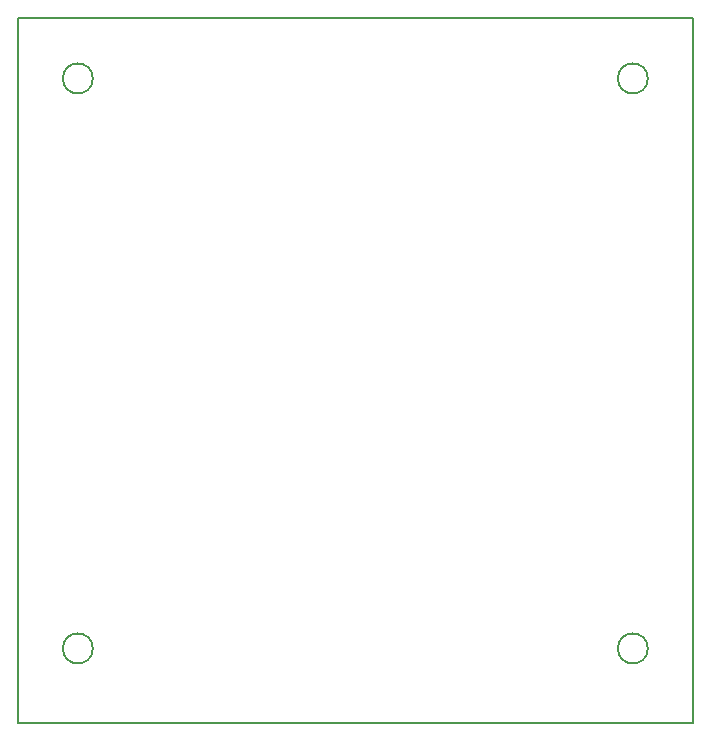
<source format=gbr>
%TF.GenerationSoftware,KiCad,Pcbnew,(5.1.6)-1*%
%TF.CreationDate,2020-09-07T11:54:29+05:30*%
%TF.ProjectId,LM3914,4c4d3339-3134-42e6-9b69-6361645f7063,rev?*%
%TF.SameCoordinates,Original*%
%TF.FileFunction,Profile,NP*%
%FSLAX46Y46*%
G04 Gerber Fmt 4.6, Leading zero omitted, Abs format (unit mm)*
G04 Created by KiCad (PCBNEW (5.1.6)-1) date 2020-09-07 11:54:29*
%MOMM*%
%LPD*%
G01*
G04 APERTURE LIST*
%TA.AperFunction,Profile*%
%ADD10C,0.150000*%
%TD*%
G04 APERTURE END LIST*
D10*
X143510000Y-144780000D02*
X143510000Y-85090000D01*
X200660000Y-85090000D02*
X143510000Y-85090000D01*
X200660000Y-144780000D02*
X200660000Y-85090000D01*
X143510000Y-144780000D02*
X200660000Y-144780000D01*
X149860000Y-138430000D02*
G75*
G03*
X149860000Y-138430000I-1270000J0D01*
G01*
X196850000Y-90170000D02*
G75*
G03*
X196850000Y-90170000I-1270000J0D01*
G01*
X196850000Y-138430000D02*
G75*
G03*
X196850000Y-138430000I-1270000J0D01*
G01*
X149860000Y-90170000D02*
G75*
G03*
X149860000Y-90170000I-1270000J0D01*
G01*
M02*

</source>
